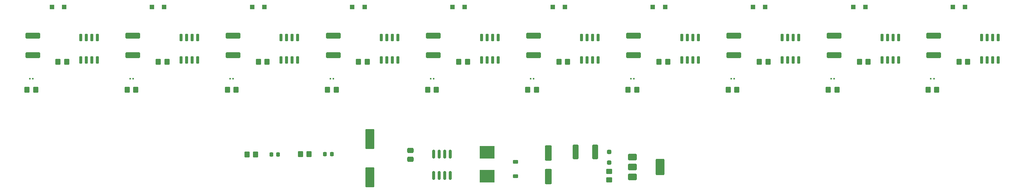
<source format=gtp>
G04 #@! TF.GenerationSoftware,KiCad,Pcbnew,9.0.0*
G04 #@! TF.CreationDate,2025-04-14T19:04:45-07:00*
G04 #@! TF.ProjectId,solenoid_10,736f6c65-6e6f-4696-945f-31302e6b6963,rev?*
G04 #@! TF.SameCoordinates,Original*
G04 #@! TF.FileFunction,Paste,Top*
G04 #@! TF.FilePolarity,Positive*
%FSLAX46Y46*%
G04 Gerber Fmt 4.6, Leading zero omitted, Abs format (unit mm)*
G04 Created by KiCad (PCBNEW 9.0.0) date 2025-04-14 19:04:45*
%MOMM*%
%LPD*%
G01*
G04 APERTURE LIST*
G04 Aperture macros list*
%AMRoundRect*
0 Rectangle with rounded corners*
0 $1 Rounding radius*
0 $2 $3 $4 $5 $6 $7 $8 $9 X,Y pos of 4 corners*
0 Add a 4 corners polygon primitive as box body*
4,1,4,$2,$3,$4,$5,$6,$7,$8,$9,$2,$3,0*
0 Add four circle primitives for the rounded corners*
1,1,$1+$1,$2,$3*
1,1,$1+$1,$4,$5*
1,1,$1+$1,$6,$7*
1,1,$1+$1,$8,$9*
0 Add four rect primitives between the rounded corners*
20,1,$1+$1,$2,$3,$4,$5,0*
20,1,$1+$1,$4,$5,$6,$7,0*
20,1,$1+$1,$6,$7,$8,$9,0*
20,1,$1+$1,$8,$9,$2,$3,0*%
G04 Aperture macros list end*
%ADD10RoundRect,0.250000X0.350000X0.450000X-0.350000X0.450000X-0.350000X-0.450000X0.350000X-0.450000X0*%
%ADD11RoundRect,0.250000X1.450000X-0.400000X1.450000X0.400000X-1.450000X0.400000X-1.450000X-0.400000X0*%
%ADD12RoundRect,0.250000X-0.350000X-0.450000X0.350000X-0.450000X0.350000X0.450000X-0.350000X0.450000X0*%
%ADD13RoundRect,0.150000X0.150000X-0.725000X0.150000X0.725000X-0.150000X0.725000X-0.150000X-0.725000X0*%
%ADD14RoundRect,0.225000X-0.375000X0.225000X-0.375000X-0.225000X0.375000X-0.225000X0.375000X0.225000X0*%
%ADD15RoundRect,0.079500X-0.079500X-0.100500X0.079500X-0.100500X0.079500X0.100500X-0.079500X0.100500X0*%
%ADD16RoundRect,0.250000X-0.300000X-0.300000X0.300000X-0.300000X0.300000X0.300000X-0.300000X0.300000X0*%
%ADD17RoundRect,0.250001X-0.799999X2.049999X-0.799999X-2.049999X0.799999X-2.049999X0.799999X2.049999X0*%
%ADD18RoundRect,0.218750X-0.218750X-0.256250X0.218750X-0.256250X0.218750X0.256250X-0.218750X0.256250X0*%
%ADD19RoundRect,0.250000X-0.250000X0.250000X-0.250000X-0.250000X0.250000X-0.250000X0.250000X0.250000X0*%
%ADD20RoundRect,0.250000X-0.475000X0.337500X-0.475000X-0.337500X0.475000X-0.337500X0.475000X0.337500X0*%
%ADD21RoundRect,0.250000X-0.750000X-0.500000X0.750000X-0.500000X0.750000X0.500000X-0.750000X0.500000X0*%
%ADD22RoundRect,0.250000X-0.750000X-1.650000X0.750000X-1.650000X0.750000X1.650000X-0.750000X1.650000X0*%
%ADD23RoundRect,0.150000X-0.150000X0.825000X-0.150000X-0.825000X0.150000X-0.825000X0.150000X0.825000X0*%
%ADD24RoundRect,0.250000X-0.550000X1.500000X-0.550000X-1.500000X0.550000X-1.500000X0.550000X1.500000X0*%
%ADD25RoundRect,0.250000X-0.400000X-1.450000X0.400000X-1.450000X0.400000X1.450000X-0.400000X1.450000X0*%
%ADD26RoundRect,0.250000X-0.450000X0.350000X-0.450000X-0.350000X0.450000X-0.350000X0.450000X0.350000X0*%
%ADD27R,3.500000X2.950000*%
G04 APERTURE END LIST*
D10*
X137613376Y-89209500D03*
X135613376Y-89209500D03*
D11*
X159913376Y-81234500D03*
X159913376Y-76784500D03*
X297913376Y-81234500D03*
X297913376Y-76784500D03*
D12*
X257738376Y-82809500D03*
X259738376Y-82809500D03*
D13*
X147958376Y-82384500D03*
X149228376Y-82384500D03*
X150498376Y-82384500D03*
X151768376Y-82384500D03*
X151768376Y-77234500D03*
X150498376Y-77234500D03*
X149228376Y-77234500D03*
X147958376Y-77234500D03*
D11*
X228913376Y-81234500D03*
X228913376Y-76784500D03*
D14*
X224800000Y-105850000D03*
X224800000Y-109150000D03*
D15*
X159268376Y-86659500D03*
X159958376Y-86659500D03*
D12*
X165738376Y-82809500D03*
X167738376Y-82809500D03*
D13*
X285958376Y-82384500D03*
X287228376Y-82384500D03*
X288498376Y-82384500D03*
X289768376Y-82384500D03*
X289768376Y-77234500D03*
X288498376Y-77234500D03*
X287228376Y-77234500D03*
X285958376Y-77234500D03*
X239958376Y-82384500D03*
X241228376Y-82384500D03*
X242498376Y-82384500D03*
X243768376Y-82384500D03*
X243768376Y-77234500D03*
X242498376Y-77234500D03*
X241228376Y-77234500D03*
X239958376Y-77234500D03*
D15*
X113268375Y-86659500D03*
X113958375Y-86659500D03*
D10*
X252613376Y-89209500D03*
X250613376Y-89209500D03*
D12*
X119738375Y-82809500D03*
X121738375Y-82809500D03*
D16*
X302313376Y-70159500D03*
X305113376Y-70159500D03*
D10*
X275613376Y-89209500D03*
X273613376Y-89209500D03*
D12*
X188738376Y-82809500D03*
X190738376Y-82809500D03*
D15*
X182268376Y-86659500D03*
X182958376Y-86659500D03*
D10*
X229613376Y-89209500D03*
X227613376Y-89209500D03*
D17*
X191300000Y-100600000D03*
X191300000Y-109400000D03*
D16*
X141313376Y-70159500D03*
X144113376Y-70159500D03*
D15*
X251268376Y-86659500D03*
X251958376Y-86659500D03*
D10*
X298613376Y-89209500D03*
X296613376Y-89209500D03*
D18*
X181012500Y-104000000D03*
X182587500Y-104000000D03*
D19*
X246300000Y-103500000D03*
X246300000Y-106000000D03*
D15*
X136268376Y-86659500D03*
X136958376Y-86659500D03*
D11*
X182913376Y-81234500D03*
X182913376Y-76784500D03*
D12*
X142738376Y-82809500D03*
X144738376Y-82809500D03*
D11*
X274913376Y-81234500D03*
X274913376Y-76784500D03*
D16*
X187313376Y-70159500D03*
X190113376Y-70159500D03*
D20*
X200645000Y-103162500D03*
X200645000Y-105237500D03*
D11*
X320788376Y-81234500D03*
X320788376Y-76784500D03*
X113913375Y-81234500D03*
X113913375Y-76784500D03*
D12*
X211738376Y-82809500D03*
X213738376Y-82809500D03*
D15*
X205268376Y-86659500D03*
X205958376Y-86659500D03*
D21*
X251650000Y-104700000D03*
X251650000Y-107000000D03*
D22*
X257950000Y-107000000D03*
D21*
X251650000Y-109300000D03*
D13*
X124958375Y-82384500D03*
X126228375Y-82384500D03*
X127498375Y-82384500D03*
X128768375Y-82384500D03*
X128768375Y-77234500D03*
X127498375Y-77234500D03*
X126228375Y-77234500D03*
X124958375Y-77234500D03*
D16*
X256313376Y-70159500D03*
X259113376Y-70159500D03*
D13*
X308958376Y-82384500D03*
X310228376Y-82384500D03*
X311498376Y-82384500D03*
X312768376Y-82384500D03*
X312768376Y-77234500D03*
X311498376Y-77234500D03*
X310228376Y-77234500D03*
X308958376Y-77234500D03*
D16*
X279313376Y-70159500D03*
X282113376Y-70159500D03*
D12*
X280738376Y-82809500D03*
X282738376Y-82809500D03*
D18*
X168712500Y-104075000D03*
X170287500Y-104075000D03*
D16*
X164313376Y-70159500D03*
X167113376Y-70159500D03*
D10*
X114613375Y-89209500D03*
X112613375Y-89209500D03*
D13*
X262958376Y-82384500D03*
X264228376Y-82384500D03*
X265498376Y-82384500D03*
X266768376Y-82384500D03*
X266768376Y-77234500D03*
X265498376Y-77234500D03*
X264228376Y-77234500D03*
X262958376Y-77234500D03*
D23*
X209800000Y-104000000D03*
X208530000Y-104000000D03*
X207260000Y-104000000D03*
X205990000Y-104000000D03*
X205990000Y-108950000D03*
X207260000Y-108950000D03*
X208530000Y-108950000D03*
X209800000Y-108950000D03*
D24*
X232300000Y-103800000D03*
X232300000Y-109200000D03*
D12*
X163125000Y-104100000D03*
X165125000Y-104100000D03*
D15*
X228268376Y-86659500D03*
X228958376Y-86659500D03*
D12*
X326613376Y-82809500D03*
X328613376Y-82809500D03*
D15*
X274268376Y-86659500D03*
X274958376Y-86659500D03*
D10*
X321488376Y-89209500D03*
X319488376Y-89209500D03*
D16*
X210313376Y-70159500D03*
X213113376Y-70159500D03*
D12*
X175400000Y-104050000D03*
X177400000Y-104050000D03*
D13*
X216958376Y-82384500D03*
X218228376Y-82384500D03*
X219498376Y-82384500D03*
X220768376Y-82384500D03*
X220768376Y-77234500D03*
X219498376Y-77234500D03*
X218228376Y-77234500D03*
X216958376Y-77234500D03*
D11*
X205913376Y-81234500D03*
X205913376Y-76784500D03*
D10*
X160613376Y-89209500D03*
X158613376Y-89209500D03*
X183613376Y-89209500D03*
X181613376Y-89209500D03*
D12*
X303738376Y-82809500D03*
X305738376Y-82809500D03*
D10*
X206613376Y-89209500D03*
X204613376Y-89209500D03*
D16*
X233313376Y-70159500D03*
X236113376Y-70159500D03*
D15*
X320143376Y-86659500D03*
X320833376Y-86659500D03*
D16*
X118313375Y-70159500D03*
X121113375Y-70159500D03*
D13*
X331833376Y-82384500D03*
X333103376Y-82384500D03*
X334373376Y-82384500D03*
X335643376Y-82384500D03*
X335643376Y-77234500D03*
X334373376Y-77234500D03*
X333103376Y-77234500D03*
X331833376Y-77234500D03*
D11*
X251913376Y-81234500D03*
X251913376Y-76784500D03*
D13*
X170958376Y-82384500D03*
X172228376Y-82384500D03*
X173498376Y-82384500D03*
X174768376Y-82384500D03*
X174768376Y-77234500D03*
X173498376Y-77234500D03*
X172228376Y-77234500D03*
X170958376Y-77234500D03*
D16*
X325188376Y-70159500D03*
X327988376Y-70159500D03*
D15*
X297268376Y-86659500D03*
X297958376Y-86659500D03*
D25*
X238575000Y-103500000D03*
X243025000Y-103500000D03*
D26*
X246300000Y-108000000D03*
X246300000Y-110000000D03*
D27*
X218300000Y-109100000D03*
X218300000Y-103650000D03*
D11*
X136913376Y-81234500D03*
X136913376Y-76784500D03*
D12*
X234738376Y-82809500D03*
X236738376Y-82809500D03*
D13*
X193958376Y-82384500D03*
X195228376Y-82384500D03*
X196498376Y-82384500D03*
X197768376Y-82384500D03*
X197768376Y-77234500D03*
X196498376Y-77234500D03*
X195228376Y-77234500D03*
X193958376Y-77234500D03*
M02*

</source>
